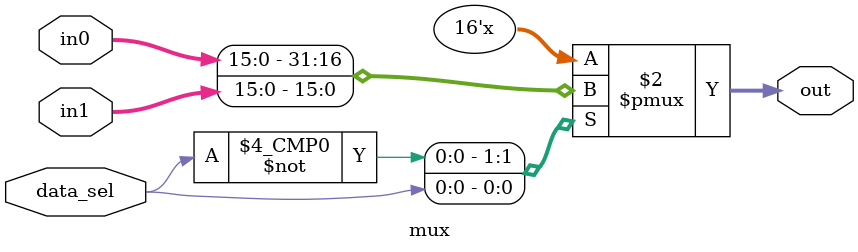
<source format=sv>
module mux(
    input  logic [15:0] in0,      // Input 0
    input  logic [15:0] in1,      // Input 1
    input  logic        data_sel, // Select line
    output logic [15:0] out       // Output
);

    always_comb begin
        case (data_sel)
            1'b0: out = in0;
            1'b1: out = in1;
            default: out = 16'dx; // Undefined if somehow invalid
        endcase
    end

endmodule

</source>
